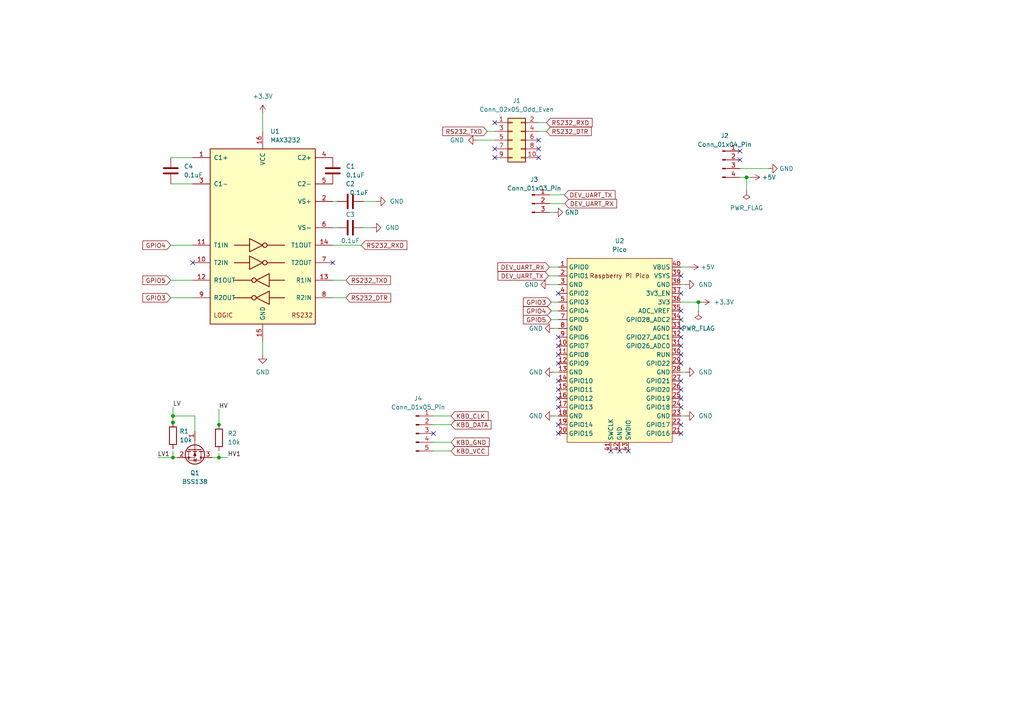
<source format=kicad_sch>
(kicad_sch (version 20230121) (generator eeschema)
  (paper "A4")
  (lib_symbols
    (symbol "Connector:Conn_01x03_Pin" (pin_names (offset 1.016) hide)
      (property "Reference" "J" (at 0 5.08 0))
      (property "Value" "Conn_01x03_Pin" (at 0 -5.08 0))
      (symbol "Conn_01x03_Pin_1_1"
        (polyline (pts (xy 1.27 -2.54) (xy 0.8636 -2.54)) (stroke (width 0.1524)))
        (polyline (pts (xy 1.27 0) (xy 0.8636 0)) (stroke (width 0.1524)))
        (polyline (pts (xy 1.27 2.54) (xy 0.8636 2.54)) (stroke (width 0.1524)))
        (rectangle (start 0.8636 -2.413) (end 0 -2.667) (stroke (width 0.1524)) (fill (type outline)))
        (rectangle (start 0.8636 0.127) (end 0 -0.127) (stroke (width 0.1524)) (fill (type outline)))
        (rectangle (start 0.8636 2.667) (end 0 2.413) (stroke (width 0.1524)) (fill (type outline)))
        (pin passive line (at 5.08 2.54 180) (length 3.81) (name "Pin_1") (number "1"))
        (pin passive line (at 5.08 0 180) (length 3.81) (name "Pin_2") (number "2"))
        (pin passive line (at 5.08 -2.54 180) (length 3.81) (name "Pin_3") (number "3"))
      )
    )
    (symbol "Connector:Conn_01x04_Pin" (pin_names (offset 1.016) hide)
      (property "Reference" "J" (at 0 5.08 0))
      (property "Value" "Conn_01x04_Pin" (at 0 -7.62 0))
      (symbol "Conn_01x04_Pin_1_1"
        (polyline (pts (xy 1.27 -5.08) (xy 0.8636 -5.08)) (stroke (width 0.1524)))
        (polyline (pts (xy 1.27 -2.54) (xy 0.8636 -2.54)) (stroke (width 0.1524)))
        (polyline (pts (xy 1.27 0) (xy 0.8636 0)) (stroke (width 0.1524)))
        (polyline (pts (xy 1.27 2.54) (xy 0.8636 2.54)) (stroke (width 0.1524)))
        (rectangle (start 0.8636 -4.953) (end 0 -5.207) (stroke (width 0.1524)) (fill (type outline)))
        (rectangle (start 0.8636 -2.413) (end 0 -2.667) (stroke (width 0.1524)) (fill (type outline)))
        (rectangle (start 0.8636 0.127) (end 0 -0.127) (stroke (width 0.1524)) (fill (type outline)))
        (rectangle (start 0.8636 2.667) (end 0 2.413) (stroke (width 0.1524)) (fill (type outline)))
        (pin passive line (at 5.08 2.54 180) (length 3.81) (name "Pin_1") (number "1"))
        (pin passive line (at 5.08 0 180) (length 3.81) (name "Pin_2") (number "2"))
        (pin passive line (at 5.08 -2.54 180) (length 3.81) (name "Pin_3") (number "3"))
        (pin passive line (at 5.08 -5.08 180) (length 3.81) (name "Pin_4") (number "4"))
      )
    )
    (symbol "Connector:Conn_01x05_Pin" (pin_names (offset 1.016) hide)
      (property "Reference" "J" (at 0 7.62 0))
      (property "Value" "Conn_01x05_Pin" (at 0 -7.62 0))
      (symbol "Conn_01x05_Pin_1_1"
        (polyline (pts (xy 1.27 -5.08) (xy 0.8636 -5.08)) (stroke (width 0.1524)))
        (polyline (pts (xy 1.27 -2.54) (xy 0.8636 -2.54)) (stroke (width 0.1524)))
        (polyline (pts (xy 1.27 0) (xy 0.8636 0)) (stroke (width 0.1524)))
        (polyline (pts (xy 1.27 2.54) (xy 0.8636 2.54)) (stroke (width 0.1524)))
        (polyline (pts (xy 1.27 5.08) (xy 0.8636 5.08)) (stroke (width 0.1524)))
        (rectangle (start 0.8636 -4.953) (end 0 -5.207) (stroke (width 0.1524)) (fill (type outline)))
        (rectangle (start 0.8636 -2.413) (end 0 -2.667) (stroke (width 0.1524)) (fill (type outline)))
        (rectangle (start 0.8636 0.127) (end 0 -0.127) (stroke (width 0.1524)) (fill (type outline)))
        (rectangle (start 0.8636 2.667) (end 0 2.413) (stroke (width 0.1524)) (fill (type outline)))
        (rectangle (start 0.8636 5.207) (end 0 4.953) (stroke (width 0.1524)) (fill (type outline)))
        (pin passive line (at 5.08 5.08 180) (length 3.81) (name "Pin_1") (number "1"))
        (pin passive line (at 5.08 2.54 180) (length 3.81) (name "Pin_2") (number "2"))
        (pin passive line (at 5.08 0 180) (length 3.81) (name "Pin_3") (number "3"))
        (pin passive line (at 5.08 -2.54 180) (length 3.81) (name "Pin_4") (number "4"))
        (pin passive line (at 5.08 -5.08 180) (length 3.81) (name "Pin_5") (number "5"))
      )
    )
    (symbol "Connector_Generic:Conn_02x05_Odd_Even" (pin_names (offset 1.016) hide)
      (property "Reference" "J" (at 1.27 7.62 0))
      (property "Value" "Conn_02x05_Odd_Even" (at 1.27 -7.62 0))
      (symbol "Conn_02x05_Odd_Even_1_1"
        (rectangle (start -1.27 -4.953) (end 0 -5.207) (stroke (width 0.1524)))
        (rectangle (start -1.27 -2.413) (end 0 -2.667) (stroke (width 0.1524)))
        (rectangle (start -1.27 0.127) (end 0 -0.127) (stroke (width 0.1524)))
        (rectangle (start -1.27 2.667) (end 0 2.413) (stroke (width 0.1524)))
        (rectangle (start -1.27 5.207) (end 0 4.953) (stroke (width 0.1524)))
        (rectangle (start -1.27 6.35) (end 3.81 -6.35) (stroke (width 0.254)) (fill (type background)))
        (rectangle (start 3.81 -4.953) (end 2.54 -5.207) (stroke (width 0.1524)))
        (rectangle (start 3.81 -2.413) (end 2.54 -2.667) (stroke (width 0.1524)))
        (rectangle (start 3.81 0.127) (end 2.54 -0.127) (stroke (width 0.1524)))
        (rectangle (start 3.81 2.667) (end 2.54 2.413) (stroke (width 0.1524)))
        (rectangle (start 3.81 5.207) (end 2.54 4.953) (stroke (width 0.1524)))
        (pin passive line (at -5.08 5.08 0) (length 3.81) (name "Pin_1") (number "1"))
        (pin passive line (at 7.62 -5.08 180) (length 3.81) (name "Pin_10") (number "10"))
        (pin passive line (at 7.62 5.08 180) (length 3.81) (name "Pin_2") (number "2"))
        (pin passive line (at -5.08 2.54 0) (length 3.81) (name "Pin_3") (number "3"))
        (pin passive line (at 7.62 2.54 180) (length 3.81) (name "Pin_4") (number "4"))
        (pin passive line (at -5.08 0 0) (length 3.81) (name "Pin_5") (number "5"))
        (pin passive line (at 7.62 0 180) (length 3.81) (name "Pin_6") (number "6"))
        (pin passive line (at -5.08 -2.54 0) (length 3.81) (name "Pin_7") (number "7"))
        (pin passive line (at 7.62 -2.54 180) (length 3.81) (name "Pin_8") (number "8"))
        (pin passive line (at -5.08 -5.08 0) (length 3.81) (name "Pin_9") (number "9"))
      )
    )
    (symbol "Device:C" (pin_numbers hide) (pin_names (offset 0.254))
      (property "Reference" "C" (at 0.635 2.54 0))
      (property "Value" "C" (at 0.635 -2.54 0))
      (symbol "C_0_1"
        (polyline (pts (xy -2.032 -0.762) (xy 2.032 -0.762)) (stroke (width 0.508)))
        (polyline (pts (xy -2.032 0.762) (xy 2.032 0.762)) (stroke (width 0.508)))
      )
      (symbol "C_1_1"
        (pin passive line (at 0 3.81 270) (length 2.794) (name "~") (number "1"))
        (pin passive line (at 0 -3.81 90) (length 2.794) (name "~") (number "2"))
      )
    )
    (symbol "Device:R" (pin_numbers hide) (pin_names (offset 0))
      (property "Reference" "R" (at 2.032 0 90))
      (property "Value" "R" (at 0 0 90))
      (symbol "R_0_1"
        (rectangle (start -1.016 -2.54) (end 1.016 2.54) (stroke (width 0.254)))
      )
      (symbol "R_1_1"
        (pin passive line (at 0 3.81 270) (length 1.27) (name "~") (number "1"))
        (pin passive line (at 0 -3.81 90) (length 1.27) (name "~") (number "2"))
      )
    )
    (symbol "Interface_UART:MAX3232" (pin_names (offset 1.016))
      (property "Reference" "U" (at -2.54 28.575 0))
      (property "Value" "MAX3232" (at -2.54 26.67 0))
      (symbol "MAX3232_0_0"
        (text "LOGIC" (at -11.43 -22.86 0) (effects (font (size 1.27 1.27))))
        (text "RS232" (at 11.43 -22.86 0) (effects (font (size 1.27 1.27))))
      )
      (symbol "MAX3232_0_1"
        (rectangle (start -15.24 -25.4) (end 15.24 25.4) (stroke (width 0.254)) (fill (type background)))
        (circle (center -2.54 -17.78) (radius 0.635) (stroke (width 0.254)))
        (circle (center -2.54 -12.7) (radius 0.635) (stroke (width 0.254)))
        (polyline (pts (xy -3.81 -7.62) (xy -8.255 -7.62)) (stroke (width 0.254)))
        (polyline (pts (xy -3.81 -2.54) (xy -8.255 -2.54)) (stroke (width 0.254)))
        (polyline (pts (xy -3.175 -17.78) (xy -8.255 -17.78)) (stroke (width 0.254)))
        (polyline (pts (xy -3.175 -12.7) (xy -8.255 -12.7)) (stroke (width 0.254)))
        (polyline (pts (xy 1.27 -7.62) (xy 6.35 -7.62)) (stroke (width 0.254)))
        (polyline (pts (xy 1.27 -2.54) (xy 6.35 -2.54)) (stroke (width 0.254)))
        (polyline (pts (xy 1.905 -17.78) (xy 6.35 -17.78)) (stroke (width 0.254)))
        (polyline (pts (xy 1.905 -12.7) (xy 6.35 -12.7)) (stroke (width 0.254)))
        (polyline (pts (xy -3.81 -5.715) (xy -3.81 -9.525) (xy 0 -7.62) (xy -3.81 -5.715)) (stroke (width 0.254)))
        (polyline (pts (xy -3.81 -0.635) (xy -3.81 -4.445) (xy 0 -2.54) (xy -3.81 -0.635)) (stroke (width 0.254)))
        (polyline (pts (xy 1.905 -15.875) (xy 1.905 -19.685) (xy -1.905 -17.78) (xy 1.905 -15.875)) (stroke (width 0.254)))
        (polyline (pts (xy 1.905 -10.795) (xy 1.905 -14.605) (xy -1.905 -12.7) (xy 1.905 -10.795)) (stroke (width 0.254)))
        (circle (center 0.635 -7.62) (radius 0.635) (stroke (width 0.254)))
        (circle (center 0.635 -2.54) (radius 0.635) (stroke (width 0.254)))
      )
      (symbol "MAX3232_1_1"
        (pin passive line (at -20.32 22.86 0) (length 5.08) (name "C1+") (number "1"))
        (pin input line (at -20.32 -7.62 0) (length 5.08) (name "T2IN") (number "10"))
        (pin input line (at -20.32 -2.54 0) (length 5.08) (name "T1IN") (number "11"))
        (pin output line (at -20.32 -12.7 0) (length 5.08) (name "R1OUT") (number "12"))
        (pin input line (at 20.32 -12.7 180) (length 5.08) (name "R1IN") (number "13"))
        (pin output line (at 20.32 -2.54 180) (length 5.08) (name "T1OUT") (number "14"))
        (pin power_in line (at 0 -30.48 90) (length 5.08) (name "GND") (number "15"))
        (pin power_in line (at 0 30.48 270) (length 5.08) (name "VCC") (number "16"))
        (pin power_out line (at 20.32 10.16 180) (length 5.08) (name "VS+") (number "2"))
        (pin passive line (at -20.32 15.24 0) (length 5.08) (name "C1-") (number "3"))
        (pin passive line (at 20.32 22.86 180) (length 5.08) (name "C2+") (number "4"))
        (pin passive line (at 20.32 15.24 180) (length 5.08) (name "C2-") (number "5"))
        (pin power_out line (at 20.32 2.54 180) (length 5.08) (name "VS-") (number "6"))
        (pin output line (at 20.32 -7.62 180) (length 5.08) (name "T2OUT") (number "7"))
        (pin input line (at 20.32 -17.78 180) (length 5.08) (name "R2IN") (number "8"))
        (pin output line (at -20.32 -17.78 0) (length 5.08) (name "R2OUT") (number "9"))
      )
    )
    (symbol "MCU_RaspberryPi_and_Boards:Pico"
      (property "Reference" "U" (at -13.97 27.94 0))
      (property "Value" "Pico" (at 0 19.05 0))
      (symbol "Pico_0_0"
        (text "Raspberry Pi Pico" (at 0 21.59 0) (effects (font (size 1.27 1.27))))
      )
      (symbol "Pico_0_1"
        (rectangle (start -15.24 26.67) (end 15.24 -26.67) (fill (type background)))
      )
      (symbol "Pico_1_1"
        (pin bidirectional line (at -17.78 24.13 0) (length 2.54) (name "GPIO0") (number "1"))
        (pin bidirectional line (at -17.78 1.27 0) (length 2.54) (name "GPIO7") (number "10"))
        (pin bidirectional line (at -17.78 -1.27 0) (length 2.54) (name "GPIO8") (number "11"))
        (pin bidirectional line (at -17.78 -3.81 0) (length 2.54) (name "GPIO9") (number "12"))
        (pin power_in line (at -17.78 -6.35 0) (length 2.54) (name "GND") (number "13"))
        (pin bidirectional line (at -17.78 -8.89 0) (length 2.54) (name "GPIO10") (number "14"))
        (pin bidirectional line (at -17.78 -11.43 0) (length 2.54) (name "GPIO11") (number "15"))
        (pin bidirectional line (at -17.78 -13.97 0) (length 2.54) (name "GPIO12") (number "16"))
        (pin bidirectional line (at -17.78 -16.51 0) (length 2.54) (name "GPIO13") (number "17"))
        (pin power_in line (at -17.78 -19.05 0) (length 2.54) (name "GND") (number "18"))
        (pin bidirectional line (at -17.78 -21.59 0) (length 2.54) (name "GPIO14") (number "19"))
        (pin bidirectional line (at -17.78 21.59 0) (length 2.54) (name "GPIO1") (number "2"))
        (pin bidirectional line (at -17.78 -24.13 0) (length 2.54) (name "GPIO15") (number "20"))
        (pin bidirectional line (at 17.78 -24.13 180) (length 2.54) (name "GPIO16") (number "21"))
        (pin bidirectional line (at 17.78 -21.59 180) (length 2.54) (name "GPIO17") (number "22"))
        (pin power_in line (at 17.78 -19.05 180) (length 2.54) (name "GND") (number "23"))
        (pin bidirectional line (at 17.78 -16.51 180) (length 2.54) (name "GPIO18") (number "24"))
        (pin bidirectional line (at 17.78 -13.97 180) (length 2.54) (name "GPIO19") (number "25"))
        (pin bidirectional line (at 17.78 -11.43 180) (length 2.54) (name "GPIO20") (number "26"))
        (pin bidirectional line (at 17.78 -8.89 180) (length 2.54) (name "GPIO21") (number "27"))
        (pin power_in line (at 17.78 -6.35 180) (length 2.54) (name "GND") (number "28"))
        (pin bidirectional line (at 17.78 -3.81 180) (length 2.54) (name "GPIO22") (number "29"))
        (pin power_in line (at -17.78 19.05 0) (length 2.54) (name "GND") (number "3"))
        (pin input line (at 17.78 -1.27 180) (length 2.54) (name "RUN") (number "30"))
        (pin bidirectional line (at 17.78 1.27 180) (length 2.54) (name "GPIO26_ADC0") (number "31"))
        (pin bidirectional line (at 17.78 3.81 180) (length 2.54) (name "GPIO27_ADC1") (number "32"))
        (pin power_in line (at 17.78 6.35 180) (length 2.54) (name "AGND") (number "33"))
        (pin bidirectional line (at 17.78 8.89 180) (length 2.54) (name "GPIO28_ADC2") (number "34"))
        (pin power_in line (at 17.78 11.43 180) (length 2.54) (name "ADC_VREF") (number "35"))
        (pin power_in line (at 17.78 13.97 180) (length 2.54) (name "3V3") (number "36"))
        (pin input line (at 17.78 16.51 180) (length 2.54) (name "3V3_EN") (number "37"))
        (pin bidirectional line (at 17.78 19.05 180) (length 2.54) (name "GND") (number "38"))
        (pin power_in line (at 17.78 21.59 180) (length 2.54) (name "VSYS") (number "39"))
        (pin bidirectional line (at -17.78 16.51 0) (length 2.54) (name "GPIO2") (number "4"))
        (pin power_in line (at 17.78 24.13 180) (length 2.54) (name "VBUS") (number "40"))
        (pin input line (at -2.54 -29.21 90) (length 2.54) (name "SWCLK") (number "41"))
        (pin power_in line (at 0 -29.21 90) (length 2.54) (name "GND") (number "42"))
        (pin bidirectional line (at 2.54 -29.21 90) (length 2.54) (name "SWDIO") (number "43"))
        (pin bidirectional line (at -17.78 13.97 0) (length 2.54) (name "GPIO3") (number "5"))
        (pin bidirectional line (at -17.78 11.43 0) (length 2.54) (name "GPIO4") (number "6"))
        (pin bidirectional line (at -17.78 8.89 0) (length 2.54) (name "GPIO5") (number "7"))
        (pin power_in line (at -17.78 6.35 0) (length 2.54) (name "GND") (number "8"))
        (pin bidirectional line (at -17.78 3.81 0) (length 2.54) (name "GPIO6") (number "9"))
      )
    )
    (symbol "Transistor_FET:BSS138" (pin_names hide)
      (property "Reference" "Q" (at 5.08 1.905 0))
      (property "Value" "BSS138" (at 5.08 0 0))
      (symbol "BSS138_0_1"
        (polyline (pts (xy 0.254 0) (xy -2.54 0)))
        (polyline (pts (xy 0.254 1.905) (xy 0.254 -1.905)) (stroke (width 0.254)))
        (polyline (pts (xy 0.762 -1.27) (xy 0.762 -2.286)) (stroke (width 0.254)))
        (polyline (pts (xy 0.762 0.508) (xy 0.762 -0.508)) (stroke (width 0.254)))
        (polyline (pts (xy 0.762 2.286) (xy 0.762 1.27)) (stroke (width 0.254)))
        (polyline (pts (xy 2.54 2.54) (xy 2.54 1.778)))
        (polyline (pts (xy 2.54 -2.54) (xy 2.54 0) (xy 0.762 0)))
        (polyline (pts (xy 0.762 -1.778) (xy 3.302 -1.778) (xy 3.302 1.778) (xy 0.762 1.778)))
        (polyline (pts (xy 1.016 0) (xy 2.032 0.381) (xy 2.032 -0.381) (xy 1.016 0)) (fill (type outline)))
        (polyline (pts (xy 2.794 0.508) (xy 2.921 0.381) (xy 3.683 0.381) (xy 3.81 0.254)))
        (polyline (pts (xy 3.302 0.381) (xy 2.921 -0.254) (xy 3.683 -0.254) (xy 3.302 0.381)))
        (circle (center 1.651 0) (radius 2.794) (stroke (width 0.254)))
        (circle (center 2.54 -1.778) (radius 0.254) (fill (type outline)))
        (circle (center 2.54 1.778) (radius 0.254) (fill (type outline)))
      )
      (symbol "BSS138_1_1"
        (pin input line (at -5.08 0 0) (length 2.54) (name "G") (number "1"))
        (pin passive line (at 2.54 -5.08 90) (length 2.54) (name "S") (number "2"))
        (pin passive line (at 2.54 5.08 270) (length 2.54) (name "D") (number "3"))
      )
    )
    (symbol "power:+3.3V" (power) (pin_names (offset 0))
      (property "Value" "+3.3V" (at 0 3.556 0))
      (symbol "+3.3V_0_1"
        (polyline (pts (xy -0.762 1.27) (xy 0 2.54)))
        (polyline (pts (xy 0 0) (xy 0 2.54)))
        (polyline (pts (xy 0 2.54) (xy 0.762 1.27)))
      )
      (symbol "+3.3V_1_1"
        (pin power_in line (at 0 0 90) (length 0) hide (name "+3.3V") (number "1"))
      )
    )
    (symbol "power:+5V" (power) (pin_names (offset 0))
      (property "Value" "+5V" (at 0 3.556 0))
      (symbol "+5V_0_1"
        (polyline (pts (xy -0.762 1.27) (xy 0 2.54)))
        (polyline (pts (xy 0 0) (xy 0 2.54)))
        (polyline (pts (xy 0 2.54) (xy 0.762 1.27)))
      )
      (symbol "+5V_1_1"
        (pin power_in line (at 0 0 90) (length 0) hide (name "+5V") (number "1"))
      )
    )
    (symbol "power:GND" (power) (pin_names (offset 0))
      (property "Value" "GND" (at 0 -3.81 0))
      (symbol "GND_0_1"
        (polyline (pts (xy 0 0) (xy 0 -1.27) (xy 1.27 -1.27) (xy 0 -2.54) (xy -1.27 -1.27) (xy 0 -1.27)))
      )
      (symbol "GND_1_1"
        (pin power_in line (at 0 0 270) (length 0) hide (name "GND") (number "1"))
      )
    )
    (symbol "power:PWR_FLAG" (power) (pin_numbers hide) (pin_names (offset 0) hide)
      (property "Value" "PWR_FLAG" (at 0 3.81 0))
      (symbol "PWR_FLAG_0_0"
        (pin power_out line (at 0 0 90) (length 0) (name "pwr") (number "1"))
      )
      (symbol "PWR_FLAG_0_1"
        (polyline (pts (xy 0 0) (xy 0 1.27) (xy -1.016 1.905) (xy 0 2.54) (xy 1.016 1.905) (xy 0 1.27)))
      )
    )
  )
  (junction (at 50.165 120.65))
  (junction (at 216.535 51.435))
  (junction (at 50.165 122.555))
  (junction (at 50.165 132.715))
  (junction (at 63.5 132.715))
  (junction (at 63.5 123.19))
  (junction (at 202.565 87.63))
  (no_connect (at 156.21 45.72))
  (no_connect (at 197.485 102.87))
  (no_connect (at 177.165 130.81))
  (no_connect (at 125.73 125.73))
  (no_connect (at 197.485 105.41))
  (no_connect (at 161.925 125.73))
  (no_connect (at 161.925 113.03))
  (no_connect (at 197.485 90.17))
  (no_connect (at 197.485 118.11))
  (no_connect (at 197.485 97.79))
  (no_connect (at 161.925 102.87))
  (no_connect (at 197.485 80.01))
  (no_connect (at 197.485 95.25))
  (no_connect (at 197.485 110.49))
  (no_connect (at 143.51 35.56))
  (no_connect (at 161.925 85.09))
  (no_connect (at 143.51 43.18))
  (no_connect (at 161.925 115.57))
  (no_connect (at 161.925 100.33))
  (no_connect (at 197.485 115.57))
  (no_connect (at 55.88 76.2))
  (no_connect (at 214.63 46.355))
  (no_connect (at 161.925 110.49))
  (no_connect (at 197.485 125.73))
  (no_connect (at 143.51 45.72))
  (no_connect (at 161.925 97.79))
  (no_connect (at 197.485 113.03))
  (no_connect (at 197.485 123.19))
  (no_connect (at 96.52 76.2))
  (no_connect (at 161.925 105.41))
  (no_connect (at 214.63 43.815))
  (no_connect (at 197.485 92.71))
  (no_connect (at 161.925 118.11))
  (no_connect (at 156.21 43.18))
  (no_connect (at 197.485 100.33))
  (no_connect (at 156.21 40.64))
  (no_connect (at 179.705 130.81))
  (no_connect (at 197.485 85.09))
  (no_connect (at 182.245 130.81))
  (no_connect (at 161.925 123.19))
  (wire (pts (xy 159.385 77.47) (xy 161.925 77.47)))
  (wire (pts (xy 159.131 80.01) (xy 161.925 80.01)))
  (wire (pts (xy 50.165 120.65) (xy 50.165 122.555)))
  (wire (pts (xy 202.565 87.63) (xy 202.565 90.17)))
  (wire (pts (xy 159.893 92.71) (xy 161.925 92.71)))
  (wire (pts (xy 202.565 87.63) (xy 203.2 87.63)))
  (wire (pts (xy 197.485 82.55) (xy 198.755 82.55)))
  (wire (pts (xy 49.53 71.12) (xy 55.88 71.12)))
  (wire (pts (xy 56.515 120.65) (xy 56.515 125.095)))
  (wire (pts (xy 125.73 120.65) (xy 130.81 120.65)))
  (wire (pts (xy 63.5 123.19) (xy 63.5 123.825)))
  (wire (pts (xy 96.52 81.28) (xy 100.33 81.28)))
  (wire (pts (xy 50.165 120.65) (xy 56.515 120.65)))
  (wire (pts (xy 125.73 123.19) (xy 130.81 123.19)))
  (wire (pts (xy 159.385 59.055) (xy 163.83 59.055)))
  (wire (pts (xy 125.73 130.81) (xy 130.81 130.81)))
  (wire (pts (xy 216.535 51.435) (xy 217.805 51.435)))
  (wire (pts (xy 197.485 120.65) (xy 198.755 120.65)))
  (wire (pts (xy 197.485 107.95) (xy 198.755 107.95)))
  (wire (pts (xy 156.21 38.1) (xy 158.496 38.1)))
  (wire (pts (xy 96.52 66.04) (xy 97.79 66.04)))
  (wire (pts (xy 214.63 48.895) (xy 222.885 48.895)))
  (wire (pts (xy 159.385 56.515) (xy 163.703 56.515)))
  (wire (pts (xy 49.53 53.34) (xy 55.88 53.34)))
  (wire (pts (xy 45.72 132.715) (xy 50.165 132.715)))
  (wire (pts (xy 160.655 120.65) (xy 161.925 120.65)))
  (wire (pts (xy 160.655 95.25) (xy 161.925 95.25)))
  (wire (pts (xy 105.41 58.42) (xy 109.22 58.42)))
  (wire (pts (xy 63.5 132.715) (xy 66.04 132.715)))
  (wire (pts (xy 197.485 77.47) (xy 200.025 77.47)))
  (wire (pts (xy 50.165 122.555) (xy 50.165 123.19)))
  (wire (pts (xy 160.655 107.95) (xy 161.925 107.95)))
  (wire (pts (xy 96.52 58.42) (xy 97.79 58.42)))
  (wire (pts (xy 159.893 87.63) (xy 161.925 87.63)))
  (wire (pts (xy 138.43 40.64) (xy 143.51 40.64)))
  (wire (pts (xy 214.63 51.435) (xy 216.535 51.435)))
  (wire (pts (xy 63.5 131.445) (xy 63.5 132.715)))
  (wire (pts (xy 96.52 86.36) (xy 100.33 86.36)))
  (wire (pts (xy 141.351 38.1) (xy 143.51 38.1)))
  (wire (pts (xy 105.41 66.04) (xy 107.95 66.04)))
  (wire (pts (xy 49.53 86.36) (xy 55.88 86.36)))
  (wire (pts (xy 76.2 99.06) (xy 76.2 102.87)))
  (wire (pts (xy 197.485 87.63) (xy 202.565 87.63)))
  (wire (pts (xy 159.893 90.17) (xy 161.925 90.17)))
  (wire (pts (xy 96.52 71.12) (xy 104.775 71.12)))
  (wire (pts (xy 159.385 82.55) (xy 161.925 82.55)))
  (wire (pts (xy 125.73 128.27) (xy 130.81 128.27)))
  (wire (pts (xy 76.2 33.02) (xy 76.2 38.1)))
  (wire (pts (xy 50.165 130.81) (xy 50.165 132.715)))
  (wire (pts (xy 159.385 61.595) (xy 160.655 61.595)))
  (wire (pts (xy 50.165 132.715) (xy 51.435 132.715)))
  (wire (pts (xy 49.53 81.28) (xy 55.88 81.28)))
  (wire (pts (xy 156.21 35.56) (xy 158.496 35.56)))
  (wire (pts (xy 61.595 132.715) (xy 63.5 132.715)))
  (wire (pts (xy 216.535 51.435) (xy 216.535 55.245)))
  (wire (pts (xy 63.5 118.745) (xy 63.5 123.19)))
  (wire (pts (xy 50.165 118.11) (xy 50.165 120.65)))
  (wire (pts (xy 49.53 45.72) (xy 55.88 45.72)))
  (label "LV1" (at 45.72 132.715 0))
  (label "HV" (at 63.5 118.745 0))
  (label "LV" (at 50.165 118.11 0))
  (label "HV1" (at 66.04 132.715 0))
  (global_label "DEV_UART_RX" (shape input) (at 159.385 77.47 180) (property "Intersheetrefs" "${INTERSHEET_REFS}" (effects hide)))
  (global_label "DEV_UART_TX" (shape input) (at 163.703 56.515 0) (property "Intersheetrefs" "${INTERSHEET_REFS}" (effects hide)))
  (global_label "DEV_UART_RX" (shape input) (at 163.83 59.055 0) (property "Intersheetrefs" "${INTERSHEET_REFS}" (effects hide)))
  (global_label "RS232_DTR" (shape input) (at 158.496 38.1 0) (property "Intersheetrefs" "${INTERSHEET_REFS}" (effects hide)))
  (global_label "RS232_RXD" (shape input) (at 104.775 71.12 0) (property "Intersheetrefs" "${INTERSHEET_REFS}" (effects hide)))
  (global_label "KBD_VCC" (shape input) (at 130.81 130.81 0) (property "Intersheetrefs" "${INTERSHEET_REFS}" (effects hide)))
  (global_label "RS232_TXD" (shape input) (at 100.33 81.28 0) (property "Intersheetrefs" "${INTERSHEET_REFS}" (effects hide)))
  (global_label "KBD_DATA" (shape input) (at 130.81 123.19 0) (property "Intersheetrefs" "${INTERSHEET_REFS}" (effects hide)))
  (global_label "GPIO5" (shape input) (at 49.53 81.28 180) (property "Intersheetrefs" "${INTERSHEET_REFS}" (effects hide)))
  (global_label "KBD_GND" (shape input) (at 130.81 128.27 0) (property "Intersheetrefs" "${INTERSHEET_REFS}" (effects hide)))
  (global_label "RS232_TXD" (shape input) (at 141.351 38.1 180) (property "Intersheetrefs" "${INTERSHEET_REFS}" (effects hide)))
  (global_label "GPIO4" (shape input) (at 49.53 71.12 180) (property "Intersheetrefs" "${INTERSHEET_REFS}" (effects hide)))
  (global_label "GPIO3" (shape input) (at 159.893 87.63 180) (property "Intersheetrefs" "${INTERSHEET_REFS}" (effects hide)))
  (global_label "RS232_DTR" (shape input) (at 100.33 86.36 0) (property "Intersheetrefs" "${INTERSHEET_REFS}" (effects hide)))
  (global_label "GPIO4" (shape input) (at 159.893 90.17 180) (property "Intersheetrefs" "${INTERSHEET_REFS}" (effects hide)))
  (global_label "GPIO5" (shape input) (at 159.893 92.71 180) (property "Intersheetrefs" "${INTERSHEET_REFS}" (effects hide)))
  (global_label "KBD_CLK" (shape input) (at 130.81 120.65 0) (property "Intersheetrefs" "${INTERSHEET_REFS}" (effects hide)))
  (global_label "DEV_UART_TX" (shape input) (at 159.131 80.01 180) (property "Intersheetrefs" "${INTERSHEET_REFS}" (effects hide)))
  (global_label "GPIO3" (shape input) (at 49.53 86.36 180) (property "Intersheetrefs" "${INTERSHEET_REFS}" (effects hide)))
  (global_label "RS232_RXD" (shape input) (at 158.496 35.56 0) (property "Intersheetrefs" "${INTERSHEET_REFS}" (effects hide)))
  (symbol (lib_id "Connector:Conn_01x05_Pin") (at 120.65 125.73 0) (unit 1)
    (property "Reference" "J4" (at 121.285 115.57 0))
    (property "Value" "Conn_01x05_Pin" (at 121.285 118.11 0))
  )
  (symbol (lib_id "power:GND") (at 160.655 61.595 90) (unit 1)
    (property "Reference" "#PWR017" (effects hide))
    (property "Value" "GND" (at 163.83 61.595 90) (effects (justify right)))
  )
  (symbol (lib_id "power:+3.3V") (at 76.2 33.02 0) (unit 1)
    (property "Reference" "#PWR04" (effects hide))
    (property "Value" "+3.3V" (at 76.2 27.94 0))
  )
  (symbol (lib_id "Connector:Conn_01x04_Pin") (at 209.55 46.355 0) (unit 1)
    (property "Reference" "J2" (at 210.185 39.37 0))
    (property "Value" "Conn_01x04_Pin" (at 210.185 41.91 0))
  )
  (symbol (lib_id "Device:C") (at 96.52 49.53 0) (unit 1)
    (property "Reference" "C1" (at 100.33 48.26 0) (effects (justify left)))
    (property "Value" "0.1uF" (at 100.33 50.8 0) (effects (justify left)))
  )
  (symbol (lib_id "power:GND") (at 76.2 102.87 0) (unit 1)
    (property "Reference" "#PWR05" (effects hide))
    (property "Value" "GND" (at 76.2 107.95 0))
  )
  (symbol (lib_id "power:GND") (at 159.385 82.55 270) (unit 1)
    (property "Reference" "#PWR016" (effects hide))
    (property "Value" "GND" (at 156.21 82.55 90) (effects (justify right)))
  )
  (symbol (lib_id "Device:C") (at 49.53 49.53 0) (unit 1)
    (property "Reference" "C4" (at 53.34 48.26 0) (effects (justify left)))
    (property "Value" "0.1uF" (at 53.34 50.8 0) (effects (justify left)))
  )
  (symbol (lib_id "Device:R") (at 50.165 126.365 0) (unit 1)
    (property "Reference" "R1" (at 52.07 125.095 0) (effects (justify left)))
    (property "Value" "10k" (at 52.07 127.635 0) (effects (justify left)))
  )
  (symbol (lib_id "MCU_RaspberryPi_and_Boards:Pico") (at 179.705 101.6 0) (unit 1)
    (property "Reference" "U2" (at 179.705 69.85 0))
    (property "Value" "Pico" (at 179.705 72.39 0))
    (property "Footprint" "RPi_Pico:RPi_Pico_SMD_TH" (effects hide))
  )
  (symbol (lib_id "power:GND") (at 222.885 48.895 90) (unit 1)
    (property "Reference" "#PWR013" (effects hide))
    (property "Value" "GND" (at 226.06 48.895 90) (effects (justify right)))
  )
  (symbol (lib_id "Device:C") (at 101.6 66.04 270) (unit 1)
    (property "Reference" "C3" (at 101.6 62.23 90))
    (property "Value" "0.1uF" (at 101.6 69.85 90))
  )
  (symbol (lib_id "power:+5V") (at 217.805 51.435 270) (unit 1)
    (property "Reference" "#PWR014" (effects hide))
    (property "Value" "+5V" (at 220.98 51.435 90) (effects (justify left)))
  )
  (symbol (lib_id "power:GND") (at 160.655 120.65 270) (unit 1)
    (property "Reference" "#PWR08" (effects hide))
    (property "Value" "GND" (at 157.48 120.65 90) (effects (justify right)))
  )
  (symbol (lib_id "power:GND") (at 160.655 107.95 270) (unit 1)
    (property "Reference" "#PWR07" (effects hide))
    (property "Value" "GND" (at 157.48 107.95 90) (effects (justify right)))
  )
  (symbol (lib_id "power:GND") (at 138.43 40.64 270) (unit 1)
    (property "Reference" "#PWR01" (effects hide))
    (property "Value" "GND" (at 134.62 40.64 90) (effects (justify right)))
  )
  (symbol (lib_id "power:+3.3V") (at 203.2 87.63 270) (unit 1)
    (property "Reference" "#PWR012" (effects hide))
    (property "Value" "+3.3V" (at 207.01 87.63 90) (effects (justify left)))
  )
  (symbol (lib_id "power:PWR_FLAG") (at 216.535 55.245 180) (unit 1)
    (property "Reference" "#FLG03" (effects hide))
    (property "Value" "PWR_FLAG" (at 216.535 60.325 0))
  )
  (symbol (lib_id "power:GND") (at 109.22 58.42 90) (unit 1)
    (property "Reference" "#PWR03" (effects hide))
    (property "Value" "GND" (at 113.03 58.42 90) (effects (justify right)))
  )
  (symbol (lib_id "Interface_UART:MAX3232") (at 76.2 68.58 0) (unit 1)
    (property "Reference" "U1" (at 78.3941 38.1 0) (effects (justify left)))
    (property "Value" "MAX3232" (at 78.3941 40.64 0) (effects (justify left)))
    (property "Datasheet" "https://datasheets.maximintegrated.com/en/ds/MAX3222-MAX3241.pdf" (effects hide))
  )
  (symbol (lib_id "power:GND") (at 107.95 66.04 90) (unit 1)
    (property "Reference" "#PWR02" (effects hide))
    (property "Value" "GND" (at 111.76 66.04 90) (effects (justify right)))
  )
  (symbol (lib_id "power:GND") (at 160.655 95.25 270) (unit 1)
    (property "Reference" "#PWR06" (effects hide))
    (property "Value" "GND" (at 157.48 95.25 90) (effects (justify right)))
  )
  (symbol (lib_id "power:PWR_FLAG") (at 202.565 90.17 180) (unit 1)
    (property "Reference" "#FLG02" (effects hide))
    (property "Value" "PWR_FLAG" (at 202.565 95.25 0))
  )
  (symbol (lib_id "Connector_Generic:Conn_02x05_Odd_Even") (at 148.59 40.64 0) (unit 1)
    (property "Reference" "J1" (at 149.86 29.21 0))
    (property "Value" "Conn_02x05_Odd_Even" (at 149.86 31.75 0))
  )
  (symbol (lib_id "power:GND") (at 198.755 120.65 90) (unit 1)
    (property "Reference" "#PWR011" (effects hide))
    (property "Value" "GND" (at 202.565 120.65 90) (effects (justify right)))
  )
  (symbol (lib_id "Device:C") (at 101.6 58.42 270) (unit 1)
    (property "Reference" "C2" (at 101.6 53.34 90))
    (property "Value" "0.1uF" (at 104.14 55.88 90))
  )
  (symbol (lib_id "power:+5V") (at 200.025 77.47 270) (unit 1)
    (property "Reference" "#PWR015" (effects hide))
    (property "Value" "+5V" (at 203.2 77.47 90) (effects (justify left)))
  )
  (symbol (lib_id "Transistor_FET:BSS138") (at 56.515 130.175 270) (unit 1)
    (property "Reference" "Q1" (at 56.515 137.16 90))
    (property "Value" "BSS138" (at 56.515 139.7 90))
    (property "Footprint" "Package_TO_SOT_SMD:SOT-23" (effects hide))
    (property "Datasheet" "https://www.onsemi.com/pub/Collateral/BSS138-D.PDF" (effects hide))
  )
  (symbol (lib_id "power:GND") (at 198.755 107.95 90) (unit 1)
    (property "Reference" "#PWR010" (effects hide))
    (property "Value" "GND" (at 202.565 107.95 90) (effects (justify right)))
  )
  (symbol (lib_id "Connector:Conn_01x03_Pin") (at 154.305 59.055 0) (unit 1)
    (property "Reference" "J3" (at 154.94 52.07 0))
    (property "Value" "Conn_01x03_Pin" (at 154.94 54.61 0))
  )
  (symbol (lib_id "Device:R") (at 63.5 127 0) (unit 1)
    (property "Reference" "R2" (at 66.04 125.73 0) (effects (justify left)))
    (property "Value" "10k" (at 66.04 128.27 0) (effects (justify left)))
  )
  (symbol (lib_id "power:GND") (at 198.755 82.55 90) (unit 1)
    (property "Reference" "#PWR09" (effects hide))
    (property "Value" "GND" (at 202.565 82.55 90) (effects (justify right)))
  )
)
</source>
